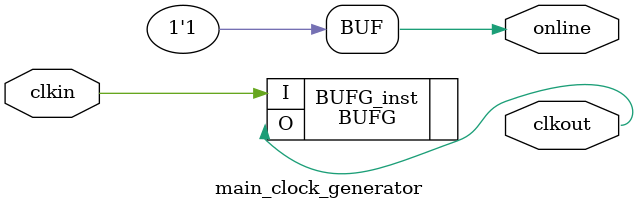
<source format=v>
`timescale 1ns / 1ps

module main_clock_generator(
	input clkin,
	output clkout,
	output online);

	assign online = 1'b1;

	BUFG BUFG_inst (
		.O(clkout), // 1-bit output: Clock buffer output
		.I(clkin)  // 1-bit input: Clock buffer input
	);
endmodule
</source>
